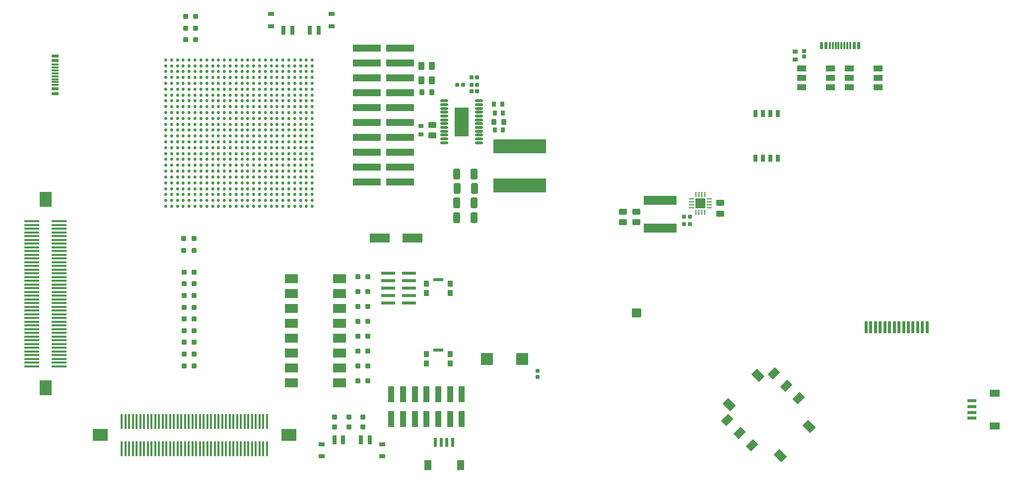
<source format=gtp>
G04*
G04 #@! TF.GenerationSoftware,Altium Limited,Altium Designer,24.10.1 (45)*
G04*
G04 Layer_Color=8421504*
%FSLAX44Y44*%
%MOMM*%
G71*
G04*
G04 #@! TF.SameCoordinates,27A3F056-0A2A-4086-B210-4B902CB04D7F*
G04*
G04*
G04 #@! TF.FilePolarity,Positive*
G04*
G01*
G75*
%ADD24R,1.6000X1.6000*%
%ADD25R,4.7500X1.2000*%
%ADD26R,0.9000X1.0000*%
%ADD27R,1.7000X0.5500*%
%ADD28R,9.0932X2.3876*%
%ADD29R,1.0000X2.7500*%
%ADD30R,2.1600X1.5200*%
%ADD31R,0.3500X2.5000*%
%ADD32R,2.5000X2.0000*%
%ADD33R,3.5000X1.6000*%
%ADD34R,2.4000X0.6000*%
%ADD35R,2.5000X0.3500*%
%ADD36R,2.0000X2.5000*%
G04:AMPARAMS|DCode=37|XSize=1.8mm|YSize=1.15mm|CornerRadius=0.1438mm|HoleSize=0mm|Usage=FLASHONLY|Rotation=270.000|XOffset=0mm|YOffset=0mm|HoleType=Round|Shape=RoundedRectangle|*
%AMROUNDEDRECTD37*
21,1,1.8000,0.8625,0,0,270.0*
21,1,1.5125,1.1500,0,0,270.0*
1,1,0.2875,-0.4313,-0.7563*
1,1,0.2875,-0.4313,0.7563*
1,1,0.2875,0.4313,0.7563*
1,1,0.2875,0.4313,-0.7563*
%
%ADD37ROUNDEDRECTD37*%
G04:AMPARAMS|DCode=38|XSize=0.8mm|YSize=0.8mm|CornerRadius=0.1mm|HoleSize=0mm|Usage=FLASHONLY|Rotation=180.000|XOffset=0mm|YOffset=0mm|HoleType=Round|Shape=RoundedRectangle|*
%AMROUNDEDRECTD38*
21,1,0.8000,0.6000,0,0,180.0*
21,1,0.6000,0.8000,0,0,180.0*
1,1,0.2000,-0.3000,0.3000*
1,1,0.2000,0.3000,0.3000*
1,1,0.2000,0.3000,-0.3000*
1,1,0.2000,-0.3000,-0.3000*
%
%ADD38ROUNDEDRECTD38*%
G04:AMPARAMS|DCode=39|XSize=1mm|YSize=0.9mm|CornerRadius=0.1125mm|HoleSize=0mm|Usage=FLASHONLY|Rotation=270.000|XOffset=0mm|YOffset=0mm|HoleType=Round|Shape=RoundedRectangle|*
%AMROUNDEDRECTD39*
21,1,1.0000,0.6750,0,0,270.0*
21,1,0.7750,0.9000,0,0,270.0*
1,1,0.2250,-0.3375,-0.3875*
1,1,0.2250,-0.3375,0.3875*
1,1,0.2250,0.3375,0.3875*
1,1,0.2250,0.3375,-0.3875*
%
%ADD39ROUNDEDRECTD39*%
G04:AMPARAMS|DCode=40|XSize=1.4mm|YSize=1mm|CornerRadius=0.125mm|HoleSize=0mm|Usage=FLASHONLY|Rotation=270.000|XOffset=0mm|YOffset=0mm|HoleType=Round|Shape=RoundedRectangle|*
%AMROUNDEDRECTD40*
21,1,1.4000,0.7500,0,0,270.0*
21,1,1.1500,1.0000,0,0,270.0*
1,1,0.2500,-0.3750,-0.5750*
1,1,0.2500,-0.3750,0.5750*
1,1,0.2500,0.3750,0.5750*
1,1,0.2500,0.3750,-0.5750*
%
%ADD40ROUNDEDRECTD40*%
G04:AMPARAMS|DCode=41|XSize=1.4mm|YSize=1mm|CornerRadius=0.125mm|HoleSize=0mm|Usage=FLASHONLY|Rotation=0.000|XOffset=0mm|YOffset=0mm|HoleType=Round|Shape=RoundedRectangle|*
%AMROUNDEDRECTD41*
21,1,1.4000,0.7500,0,0,0.0*
21,1,1.1500,1.0000,0,0,0.0*
1,1,0.2500,0.5750,-0.3750*
1,1,0.2500,-0.5750,-0.3750*
1,1,0.2500,-0.5750,0.3750*
1,1,0.2500,0.5750,0.3750*
%
%ADD41ROUNDEDRECTD41*%
%ADD42R,0.7500X0.9500*%
%ADD43O,1.4000X0.4500*%
%ADD44R,2.3600X4.9400*%
%ADD45R,0.9500X0.7500*%
%ADD46R,0.6400X0.6400*%
G04:AMPARAMS|DCode=47|XSize=0.6mm|YSize=0.6mm|CornerRadius=0.06mm|HoleSize=0mm|Usage=FLASHONLY|Rotation=270.000|XOffset=0mm|YOffset=0mm|HoleType=Round|Shape=RoundedRectangle|*
%AMROUNDEDRECTD47*
21,1,0.6000,0.4800,0,0,270.0*
21,1,0.4800,0.6000,0,0,270.0*
1,1,0.1200,-0.2400,-0.2400*
1,1,0.1200,-0.2400,0.2400*
1,1,0.1200,0.2400,0.2400*
1,1,0.1200,0.2400,-0.2400*
%
%ADD47ROUNDEDRECTD47*%
%ADD48R,1.1500X0.3000*%
%ADD49R,1.1500X0.6000*%
%ADD50R,0.6000X1.5500*%
%ADD51R,1.2000X1.8000*%
%ADD52R,0.7000X1.5000*%
%ADD53R,1.0000X0.8000*%
%ADD54C,0.5300*%
%ADD55R,0.5001X2.0000*%
%ADD56R,1.5000X1.0000*%
%ADD57R,0.6000X1.1500*%
%ADD58R,0.6400X0.6400*%
%ADD59R,0.7600X1.2700*%
%ADD60R,1.5500X0.6000*%
G04:AMPARAMS|DCode=61|XSize=1.9mm|YSize=1.4mm|CornerRadius=0mm|HoleSize=0mm|Usage=FLASHONLY|Rotation=135.000|XOffset=0mm|YOffset=0mm|HoleType=Round|Shape=Rectangle|*
%AMROTATEDRECTD61*
4,1,4,1.1667,-0.1768,0.1768,-1.1667,-1.1667,0.1768,-0.1768,1.1667,1.1667,-0.1768,0.0*
%
%ADD61ROTATEDRECTD61*%

%ADD62O,0.9000X0.2500*%
%ADD63R,1.8000X1.8000*%
%ADD64O,0.2500X0.9000*%
G04:AMPARAMS|DCode=65|XSize=1.7mm|YSize=1.2mm|CornerRadius=0mm|HoleSize=0mm|Usage=FLASHONLY|Rotation=45.000|XOffset=0mm|YOffset=0mm|HoleType=Round|Shape=Rectangle|*
%AMROTATEDRECTD65*
4,1,4,-0.1768,-1.0253,-1.0253,-0.1768,0.1768,1.0253,1.0253,0.1768,-0.1768,-1.0253,0.0*
%
%ADD65ROTATEDRECTD65*%

%ADD66R,2.0000X2.0000*%
G04:AMPARAMS|DCode=67|XSize=0.6mm|YSize=0.6mm|CornerRadius=0.06mm|HoleSize=0mm|Usage=FLASHONLY|Rotation=180.000|XOffset=0mm|YOffset=0mm|HoleType=Round|Shape=RoundedRectangle|*
%AMROUNDEDRECTD67*
21,1,0.6000,0.4800,0,0,180.0*
21,1,0.4800,0.6000,0,0,180.0*
1,1,0.1200,-0.2400,0.2400*
1,1,0.1200,0.2400,0.2400*
1,1,0.1200,0.2400,-0.2400*
1,1,0.1200,-0.2400,-0.2400*
%
%ADD67ROUNDEDRECTD67*%
%ADD68R,5.7000X1.6000*%
%ADD69R,0.6350X1.2700*%
%ADD70R,0.3000X1.1500*%
G04:AMPARAMS|DCode=71|XSize=0.8mm|YSize=0.8mm|CornerRadius=0.1mm|HoleSize=0mm|Usage=FLASHONLY|Rotation=270.000|XOffset=0mm|YOffset=0mm|HoleType=Round|Shape=RoundedRectangle|*
%AMROUNDEDRECTD71*
21,1,0.8000,0.6000,0,0,270.0*
21,1,0.6000,0.8000,0,0,270.0*
1,1,0.2000,-0.3000,-0.3000*
1,1,0.2000,-0.3000,0.3000*
1,1,0.2000,0.3000,0.3000*
1,1,0.2000,0.3000,-0.3000*
%
%ADD71ROUNDEDRECTD71*%
%ADD72R,1.8000X1.2000*%
D24*
X802199Y-431780D02*
D03*
D25*
X400000Y-132400D02*
D03*
X342500D02*
D03*
X400000Y-107000D02*
D03*
Y-81600D02*
D03*
X342500Y-107000D02*
D03*
Y-81600D02*
D03*
X400000Y-56200D02*
D03*
Y-30800D02*
D03*
Y-5400D02*
D03*
Y20000D02*
D03*
X342500Y-56200D02*
D03*
Y-30800D02*
D03*
Y-5400D02*
D03*
Y20000D02*
D03*
Y-157800D02*
D03*
Y-183200D02*
D03*
Y-208600D02*
D03*
X400000Y-157800D02*
D03*
Y-183200D02*
D03*
Y-208600D02*
D03*
D26*
X444500Y-502000D02*
D03*
Y-518000D02*
D03*
X485500D02*
D03*
Y-502000D02*
D03*
Y-398000D02*
D03*
X444500D02*
D03*
Y-382000D02*
D03*
X485500D02*
D03*
D27*
X465000Y-495750D02*
D03*
Y-375750D02*
D03*
D28*
X603790Y-214154D02*
D03*
Y-147606D02*
D03*
D29*
X384720Y-570770D02*
D03*
X504720D02*
D03*
Y-613370D02*
D03*
X484720Y-570770D02*
D03*
Y-613370D02*
D03*
X464720Y-570770D02*
D03*
Y-613370D02*
D03*
X444720Y-570770D02*
D03*
Y-613370D02*
D03*
X424720Y-570770D02*
D03*
Y-613370D02*
D03*
X404720Y-570770D02*
D03*
Y-613370D02*
D03*
X384720D02*
D03*
D30*
X296570Y-525780D02*
D03*
Y-398780D02*
D03*
Y-373380D02*
D03*
Y-474980D02*
D03*
Y-424180D02*
D03*
Y-500380D02*
D03*
Y-551180D02*
D03*
Y-449580D02*
D03*
X213970Y-551180D02*
D03*
Y-525780D02*
D03*
Y-500380D02*
D03*
Y-474980D02*
D03*
Y-449580D02*
D03*
Y-424180D02*
D03*
Y-373380D02*
D03*
Y-398780D02*
D03*
D31*
X172630Y-617120D02*
D03*
Y-664120D02*
D03*
X166280Y-617120D02*
D03*
Y-664120D02*
D03*
X159930Y-617120D02*
D03*
Y-664120D02*
D03*
X153580Y-617120D02*
D03*
Y-664120D02*
D03*
X147230Y-617120D02*
D03*
Y-664120D02*
D03*
X140880Y-617120D02*
D03*
Y-664120D02*
D03*
X134530Y-617120D02*
D03*
Y-664120D02*
D03*
X128180Y-617120D02*
D03*
Y-664120D02*
D03*
X121830Y-617120D02*
D03*
Y-664120D02*
D03*
X115480Y-617120D02*
D03*
Y-664120D02*
D03*
X109130Y-617120D02*
D03*
Y-664120D02*
D03*
X102780Y-617120D02*
D03*
Y-664120D02*
D03*
X96430Y-617120D02*
D03*
Y-664120D02*
D03*
X90080Y-617120D02*
D03*
Y-664120D02*
D03*
X83730Y-617120D02*
D03*
Y-664120D02*
D03*
X77380Y-617120D02*
D03*
Y-664120D02*
D03*
X71030Y-617120D02*
D03*
Y-664120D02*
D03*
X64680Y-617120D02*
D03*
Y-664120D02*
D03*
X58330Y-617120D02*
D03*
Y-664120D02*
D03*
X51980Y-617120D02*
D03*
Y-664120D02*
D03*
X45630Y-617120D02*
D03*
Y-664120D02*
D03*
X39280Y-617120D02*
D03*
Y-664120D02*
D03*
X32930Y-617120D02*
D03*
Y-664120D02*
D03*
X26580Y-617120D02*
D03*
Y-664120D02*
D03*
X20230Y-617120D02*
D03*
Y-664120D02*
D03*
X13880Y-617120D02*
D03*
Y-664120D02*
D03*
X7530Y-617120D02*
D03*
Y-664120D02*
D03*
X1180Y-617120D02*
D03*
Y-664120D02*
D03*
X-5170Y-617120D02*
D03*
Y-664120D02*
D03*
X-11520Y-617120D02*
D03*
Y-664120D02*
D03*
X-17870Y-617120D02*
D03*
Y-664120D02*
D03*
X-24220Y-617120D02*
D03*
Y-664120D02*
D03*
X-30570Y-617120D02*
D03*
Y-664120D02*
D03*
X-36920Y-617120D02*
D03*
Y-664120D02*
D03*
X-43270Y-617120D02*
D03*
Y-664120D02*
D03*
X-49620Y-617120D02*
D03*
Y-664120D02*
D03*
X-55970Y-617120D02*
D03*
Y-664120D02*
D03*
X-62320Y-617120D02*
D03*
Y-664120D02*
D03*
X-68670Y-617120D02*
D03*
Y-664120D02*
D03*
X-75030Y-617120D02*
D03*
Y-664120D02*
D03*
D32*
X209650Y-640620D02*
D03*
X-112050D02*
D03*
D33*
X420970Y-304070D02*
D03*
X364970D02*
D03*
D34*
X379000Y-364600D02*
D03*
X415000D02*
D03*
X379000Y-377300D02*
D03*
X415000D02*
D03*
X379000Y-390000D02*
D03*
X415000D02*
D03*
X379000Y-402700D02*
D03*
X415000D02*
D03*
X379000Y-415400D02*
D03*
X415000D02*
D03*
D35*
X-181700Y-523150D02*
D03*
X-228700D02*
D03*
X-181700Y-516800D02*
D03*
X-228700D02*
D03*
X-181700Y-510450D02*
D03*
X-228700D02*
D03*
X-181700Y-504100D02*
D03*
X-228700D02*
D03*
X-181700Y-497750D02*
D03*
X-228700D02*
D03*
X-181700Y-491400D02*
D03*
X-228700D02*
D03*
X-181700Y-485050D02*
D03*
X-228700D02*
D03*
X-181700Y-478700D02*
D03*
X-228700D02*
D03*
X-181700Y-472350D02*
D03*
X-228700D02*
D03*
X-181700Y-466000D02*
D03*
X-228700D02*
D03*
X-181700Y-459650D02*
D03*
X-228700D02*
D03*
X-181700Y-453300D02*
D03*
X-228700D02*
D03*
X-181700Y-446950D02*
D03*
X-228700D02*
D03*
X-181700Y-440600D02*
D03*
X-228700D02*
D03*
X-181700Y-434250D02*
D03*
X-228700D02*
D03*
X-181700Y-427900D02*
D03*
X-228700D02*
D03*
X-181700Y-421550D02*
D03*
X-228700D02*
D03*
X-181700Y-415200D02*
D03*
X-228700D02*
D03*
X-181700Y-408850D02*
D03*
X-228700D02*
D03*
X-181700Y-402500D02*
D03*
X-228700D02*
D03*
X-181700Y-396150D02*
D03*
X-228700D02*
D03*
X-181700Y-389800D02*
D03*
X-228700D02*
D03*
X-181700Y-383450D02*
D03*
X-228700D02*
D03*
X-181700Y-377100D02*
D03*
X-228700D02*
D03*
X-181700Y-370750D02*
D03*
X-228700D02*
D03*
X-181700Y-364400D02*
D03*
X-228700D02*
D03*
X-181700Y-358050D02*
D03*
X-228700D02*
D03*
X-181700Y-351700D02*
D03*
X-228700D02*
D03*
X-181700Y-345350D02*
D03*
X-228700D02*
D03*
X-181700Y-339000D02*
D03*
X-228700D02*
D03*
X-181700Y-332650D02*
D03*
X-228700D02*
D03*
X-181700Y-326300D02*
D03*
X-228700D02*
D03*
X-181700Y-319950D02*
D03*
X-228700D02*
D03*
X-181700Y-313600D02*
D03*
X-228700D02*
D03*
X-181700Y-307250D02*
D03*
X-228700D02*
D03*
X-181700Y-300900D02*
D03*
X-228700D02*
D03*
X-181700Y-294550D02*
D03*
X-228700D02*
D03*
X-181700Y-288200D02*
D03*
X-228700D02*
D03*
X-181700Y-281850D02*
D03*
X-228700D02*
D03*
X-181700Y-275490D02*
D03*
X-228700D02*
D03*
D36*
X-205200Y-560170D02*
D03*
Y-238470D02*
D03*
D37*
X496080Y-195270D02*
D03*
X526080D02*
D03*
X496710Y-219450D02*
D03*
X526710D02*
D03*
X496080Y-244380D02*
D03*
X526080D02*
D03*
X496080Y-269780D02*
D03*
X526080D02*
D03*
D38*
X48330Y-522430D02*
D03*
X31330D02*
D03*
X33551Y74340D02*
D03*
X50552D02*
D03*
X48330Y-502430D02*
D03*
X31330D02*
D03*
X48330Y-482430D02*
D03*
X31330D02*
D03*
X48330Y-462430D02*
D03*
X31330D02*
D03*
X47852Y-305080D02*
D03*
X30852D02*
D03*
X48330Y-422430D02*
D03*
X31330D02*
D03*
X47852Y-325080D02*
D03*
X30852D02*
D03*
X50552Y34340D02*
D03*
X33551D02*
D03*
X50552Y54340D02*
D03*
X33551D02*
D03*
X48330Y-442430D02*
D03*
X31330D02*
D03*
X48330Y-382430D02*
D03*
X31330D02*
D03*
X48330Y-362430D02*
D03*
X31330D02*
D03*
X48330Y-402430D02*
D03*
X31330D02*
D03*
X327510Y-370570D02*
D03*
X344510D02*
D03*
X327510Y-395970D02*
D03*
X344510D02*
D03*
X327510Y-421370D02*
D03*
X344510D02*
D03*
X327510Y-446770D02*
D03*
X344510D02*
D03*
X327510Y-472170D02*
D03*
X344510D02*
D03*
X327510Y-497570D02*
D03*
X344510D02*
D03*
X327510Y-522970D02*
D03*
X344510D02*
D03*
X327510Y-548370D02*
D03*
X344510D02*
D03*
D39*
X436500Y-55000D02*
D03*
X453500D02*
D03*
X576730Y-105950D02*
D03*
X559730D02*
D03*
D40*
X454000Y-10000D02*
D03*
X436000D02*
D03*
X454000Y-35000D02*
D03*
X436000D02*
D03*
D41*
X455000Y-111000D02*
D03*
Y-129000D02*
D03*
X945600Y-262420D02*
D03*
X802890Y-258950D02*
D03*
X780030D02*
D03*
X802890Y-276950D02*
D03*
X780030D02*
D03*
X945600Y-244420D02*
D03*
D42*
X575230Y-119920D02*
D03*
X561230D02*
D03*
X575230Y-90710D02*
D03*
X561230D02*
D03*
X573960Y-75470D02*
D03*
X559960D02*
D03*
D43*
X475000Y-70000D02*
D03*
Y-76500D02*
D03*
Y-83000D02*
D03*
Y-89500D02*
D03*
Y-96000D02*
D03*
Y-102500D02*
D03*
Y-109000D02*
D03*
Y-115500D02*
D03*
Y-122000D02*
D03*
Y-128500D02*
D03*
Y-135000D02*
D03*
Y-141500D02*
D03*
X534000Y-70000D02*
D03*
Y-76500D02*
D03*
Y-83000D02*
D03*
Y-89500D02*
D03*
Y-96000D02*
D03*
Y-102500D02*
D03*
Y-109000D02*
D03*
Y-115500D02*
D03*
Y-122000D02*
D03*
Y-128500D02*
D03*
Y-135000D02*
D03*
Y-141500D02*
D03*
D44*
X504500Y-105750D02*
D03*
D45*
X435000Y-127000D02*
D03*
Y-113000D02*
D03*
X1073400Y14295D02*
D03*
Y295D02*
D03*
D46*
X521720Y-53880D02*
D03*
X530920D02*
D03*
X521720Y-29750D02*
D03*
X530920D02*
D03*
D47*
X521240Y-42450D02*
D03*
X531240D02*
D03*
X497270D02*
D03*
X507270D02*
D03*
X884250Y-280650D02*
D03*
Y-267950D02*
D03*
X894250Y-280650D02*
D03*
Y-267950D02*
D03*
D48*
X-188500Y-7920D02*
D03*
Y-12920D02*
D03*
Y-17920D02*
D03*
Y-22920D02*
D03*
Y-27920D02*
D03*
Y-32920D02*
D03*
Y-37920D02*
D03*
Y-42920D02*
D03*
D49*
Y-1420D02*
D03*
Y-49420D02*
D03*
Y-57420D02*
D03*
Y6580D02*
D03*
D50*
X479600Y-653420D02*
D03*
X489600D02*
D03*
X469600D02*
D03*
X459600D02*
D03*
D51*
X446600Y-692170D02*
D03*
X502600D02*
D03*
D52*
X260880Y50460D02*
D03*
X245880D02*
D03*
X200880D02*
D03*
X215880D02*
D03*
X347540Y-649130D02*
D03*
X302540D02*
D03*
X287540D02*
D03*
X332540D02*
D03*
D53*
X179380Y78460D02*
D03*
Y57460D02*
D03*
X282380Y78460D02*
D03*
Y57460D02*
D03*
X266040Y-677130D02*
D03*
Y-656130D02*
D03*
X369040Y-677130D02*
D03*
Y-656130D02*
D03*
D54*
X0Y-250000D02*
D03*
Y-240000D02*
D03*
Y-230000D02*
D03*
Y-220000D02*
D03*
Y-210000D02*
D03*
Y-200000D02*
D03*
Y-190000D02*
D03*
Y-180000D02*
D03*
Y-170000D02*
D03*
Y-160000D02*
D03*
Y-150000D02*
D03*
Y-140000D02*
D03*
Y-130000D02*
D03*
Y-120000D02*
D03*
Y-110000D02*
D03*
Y-100000D02*
D03*
Y-90000D02*
D03*
Y-80000D02*
D03*
Y-70000D02*
D03*
Y-60000D02*
D03*
Y-50000D02*
D03*
Y-40000D02*
D03*
Y-30000D02*
D03*
Y-20000D02*
D03*
Y-10000D02*
D03*
Y0D02*
D03*
X10000Y-250000D02*
D03*
Y-240000D02*
D03*
Y-230000D02*
D03*
Y-220000D02*
D03*
Y-210000D02*
D03*
Y-200000D02*
D03*
Y-190000D02*
D03*
Y-180000D02*
D03*
Y-170000D02*
D03*
Y-160000D02*
D03*
Y-150000D02*
D03*
Y-140000D02*
D03*
Y-130000D02*
D03*
Y-120000D02*
D03*
Y-110000D02*
D03*
Y-100000D02*
D03*
Y-90000D02*
D03*
Y-80000D02*
D03*
Y-70000D02*
D03*
Y-60000D02*
D03*
Y-50000D02*
D03*
Y-40000D02*
D03*
Y-30000D02*
D03*
Y-20000D02*
D03*
Y-10000D02*
D03*
Y0D02*
D03*
X20000Y-250000D02*
D03*
Y-240000D02*
D03*
Y-230000D02*
D03*
Y-220000D02*
D03*
Y-210000D02*
D03*
Y-200000D02*
D03*
Y-190000D02*
D03*
Y-180000D02*
D03*
Y-170000D02*
D03*
Y-160000D02*
D03*
Y-150000D02*
D03*
Y-140000D02*
D03*
Y-130000D02*
D03*
Y-120000D02*
D03*
Y-110000D02*
D03*
Y-100000D02*
D03*
Y-90000D02*
D03*
Y-80000D02*
D03*
Y-70000D02*
D03*
Y-60000D02*
D03*
Y-50000D02*
D03*
Y-40000D02*
D03*
Y-30000D02*
D03*
Y-20000D02*
D03*
Y-10000D02*
D03*
Y0D02*
D03*
X30000Y-250000D02*
D03*
Y-240000D02*
D03*
Y-230000D02*
D03*
Y-220000D02*
D03*
Y-210000D02*
D03*
Y-200000D02*
D03*
Y-190000D02*
D03*
Y-180000D02*
D03*
Y-170000D02*
D03*
Y-160000D02*
D03*
Y-150000D02*
D03*
Y-140000D02*
D03*
Y-130000D02*
D03*
Y-120000D02*
D03*
Y-110000D02*
D03*
Y-100000D02*
D03*
Y-90000D02*
D03*
Y-80000D02*
D03*
Y-70000D02*
D03*
Y-60000D02*
D03*
Y-50000D02*
D03*
Y-40000D02*
D03*
Y-30000D02*
D03*
Y-20000D02*
D03*
Y-10000D02*
D03*
Y0D02*
D03*
X40000Y-250000D02*
D03*
Y-240000D02*
D03*
Y-230000D02*
D03*
Y-220000D02*
D03*
Y-210000D02*
D03*
Y-200000D02*
D03*
Y-190000D02*
D03*
Y-180000D02*
D03*
Y-170000D02*
D03*
Y-160000D02*
D03*
Y-150000D02*
D03*
Y-140000D02*
D03*
Y-130000D02*
D03*
Y-120000D02*
D03*
Y-110000D02*
D03*
Y-100000D02*
D03*
Y-90000D02*
D03*
Y-80000D02*
D03*
Y-70000D02*
D03*
Y-60000D02*
D03*
Y-50000D02*
D03*
Y-40000D02*
D03*
Y-30000D02*
D03*
Y-20000D02*
D03*
Y-10000D02*
D03*
Y0D02*
D03*
X50000Y-250000D02*
D03*
Y-240000D02*
D03*
Y-230000D02*
D03*
Y-220000D02*
D03*
Y-210000D02*
D03*
Y-200000D02*
D03*
Y-190000D02*
D03*
Y-180000D02*
D03*
Y-170000D02*
D03*
Y-160000D02*
D03*
Y-150000D02*
D03*
Y-140000D02*
D03*
Y-130000D02*
D03*
Y-120000D02*
D03*
Y-110000D02*
D03*
Y-100000D02*
D03*
Y-90000D02*
D03*
Y-80000D02*
D03*
Y-70000D02*
D03*
Y-60000D02*
D03*
Y-50000D02*
D03*
Y-40000D02*
D03*
Y-30000D02*
D03*
Y-20000D02*
D03*
Y-10000D02*
D03*
Y0D02*
D03*
X60000Y-250000D02*
D03*
Y-240000D02*
D03*
Y-230000D02*
D03*
Y-220000D02*
D03*
Y-210000D02*
D03*
Y-200000D02*
D03*
Y-190000D02*
D03*
Y-180000D02*
D03*
Y-170000D02*
D03*
Y-160000D02*
D03*
Y-150000D02*
D03*
Y-140000D02*
D03*
Y-130000D02*
D03*
Y-120000D02*
D03*
Y-110000D02*
D03*
Y-100000D02*
D03*
Y-90000D02*
D03*
Y-80000D02*
D03*
Y-70000D02*
D03*
Y-60000D02*
D03*
Y-50000D02*
D03*
Y-40000D02*
D03*
Y-30000D02*
D03*
Y-20000D02*
D03*
Y-10000D02*
D03*
Y0D02*
D03*
X70000Y-250000D02*
D03*
Y-240000D02*
D03*
Y-230000D02*
D03*
Y-220000D02*
D03*
Y-210000D02*
D03*
Y-200000D02*
D03*
Y-190000D02*
D03*
Y-180000D02*
D03*
Y-170000D02*
D03*
Y-160000D02*
D03*
Y-150000D02*
D03*
Y-140000D02*
D03*
Y-130000D02*
D03*
Y-120000D02*
D03*
Y-110000D02*
D03*
Y-100000D02*
D03*
Y-90000D02*
D03*
Y-80000D02*
D03*
Y-70000D02*
D03*
Y-60000D02*
D03*
Y-50000D02*
D03*
Y-40000D02*
D03*
Y-30000D02*
D03*
Y-20000D02*
D03*
Y-10000D02*
D03*
Y0D02*
D03*
X80000Y-250000D02*
D03*
Y-240000D02*
D03*
Y-230000D02*
D03*
Y-220000D02*
D03*
Y-210000D02*
D03*
Y-200000D02*
D03*
Y-190000D02*
D03*
Y-180000D02*
D03*
Y-170000D02*
D03*
Y-160000D02*
D03*
Y-150000D02*
D03*
Y-140000D02*
D03*
Y-130000D02*
D03*
Y-120000D02*
D03*
Y-110000D02*
D03*
Y-100000D02*
D03*
Y-90000D02*
D03*
Y-80000D02*
D03*
Y-70000D02*
D03*
Y-60000D02*
D03*
Y-50000D02*
D03*
Y-40000D02*
D03*
Y-30000D02*
D03*
Y-20000D02*
D03*
Y-10000D02*
D03*
Y0D02*
D03*
X90000Y-250000D02*
D03*
Y-240000D02*
D03*
Y-230000D02*
D03*
Y-220000D02*
D03*
Y-210000D02*
D03*
Y-200000D02*
D03*
Y-190000D02*
D03*
Y-180000D02*
D03*
Y-170000D02*
D03*
Y-160000D02*
D03*
Y-150000D02*
D03*
Y-140000D02*
D03*
Y-130000D02*
D03*
Y-120000D02*
D03*
Y-110000D02*
D03*
Y-100000D02*
D03*
Y-90000D02*
D03*
Y-80000D02*
D03*
Y-70000D02*
D03*
Y-60000D02*
D03*
Y-50000D02*
D03*
Y-40000D02*
D03*
Y-30000D02*
D03*
Y-20000D02*
D03*
Y-10000D02*
D03*
Y0D02*
D03*
X100000Y-250000D02*
D03*
Y-240000D02*
D03*
Y-230000D02*
D03*
Y-220000D02*
D03*
Y-210000D02*
D03*
Y-200000D02*
D03*
Y-190000D02*
D03*
Y-180000D02*
D03*
Y-170000D02*
D03*
Y-160000D02*
D03*
Y-150000D02*
D03*
Y-140000D02*
D03*
Y-130000D02*
D03*
Y-120000D02*
D03*
Y-110000D02*
D03*
Y-100000D02*
D03*
Y-90000D02*
D03*
Y-80000D02*
D03*
Y-70000D02*
D03*
Y-60000D02*
D03*
Y-50000D02*
D03*
Y-40000D02*
D03*
Y-30000D02*
D03*
Y-20000D02*
D03*
Y-10000D02*
D03*
Y0D02*
D03*
X110000Y-250000D02*
D03*
Y-240000D02*
D03*
Y-230000D02*
D03*
Y-220000D02*
D03*
Y-210000D02*
D03*
Y-200000D02*
D03*
Y-190000D02*
D03*
Y-180000D02*
D03*
Y-170000D02*
D03*
Y-160000D02*
D03*
Y-150000D02*
D03*
Y-140000D02*
D03*
Y-130000D02*
D03*
Y-120000D02*
D03*
Y-110000D02*
D03*
Y-100000D02*
D03*
Y-90000D02*
D03*
Y-80000D02*
D03*
Y-70000D02*
D03*
Y-60000D02*
D03*
Y-50000D02*
D03*
Y-40000D02*
D03*
Y-30000D02*
D03*
Y-20000D02*
D03*
Y-10000D02*
D03*
Y0D02*
D03*
X120000Y-250000D02*
D03*
Y-240000D02*
D03*
Y-230000D02*
D03*
Y-220000D02*
D03*
Y-210000D02*
D03*
Y-200000D02*
D03*
Y-190000D02*
D03*
Y-180000D02*
D03*
Y-170000D02*
D03*
Y-160000D02*
D03*
Y-150000D02*
D03*
Y-140000D02*
D03*
Y-130000D02*
D03*
Y-120000D02*
D03*
Y-110000D02*
D03*
Y-100000D02*
D03*
Y-90000D02*
D03*
Y-80000D02*
D03*
Y-70000D02*
D03*
Y-60000D02*
D03*
Y-50000D02*
D03*
Y-40000D02*
D03*
Y-30000D02*
D03*
Y-20000D02*
D03*
Y-10000D02*
D03*
Y0D02*
D03*
X130000Y-250000D02*
D03*
Y-240000D02*
D03*
Y-230000D02*
D03*
Y-220000D02*
D03*
Y-210000D02*
D03*
Y-200000D02*
D03*
Y-190000D02*
D03*
Y-180000D02*
D03*
Y-170000D02*
D03*
Y-160000D02*
D03*
Y-150000D02*
D03*
Y-140000D02*
D03*
Y-130000D02*
D03*
Y-120000D02*
D03*
Y-110000D02*
D03*
Y-100000D02*
D03*
Y-90000D02*
D03*
Y-80000D02*
D03*
Y-70000D02*
D03*
Y-60000D02*
D03*
Y-50000D02*
D03*
Y-40000D02*
D03*
Y-30000D02*
D03*
Y-20000D02*
D03*
Y-10000D02*
D03*
Y0D02*
D03*
X140000Y-250000D02*
D03*
Y-240000D02*
D03*
Y-230000D02*
D03*
Y-220000D02*
D03*
Y-210000D02*
D03*
Y-200000D02*
D03*
Y-190000D02*
D03*
Y-180000D02*
D03*
Y-170000D02*
D03*
Y-160000D02*
D03*
Y-150000D02*
D03*
Y-140000D02*
D03*
Y-130000D02*
D03*
Y-120000D02*
D03*
Y-110000D02*
D03*
Y-100000D02*
D03*
Y-90000D02*
D03*
Y-80000D02*
D03*
Y-70000D02*
D03*
Y-60000D02*
D03*
Y-50000D02*
D03*
Y-40000D02*
D03*
Y-30000D02*
D03*
Y-20000D02*
D03*
Y-10000D02*
D03*
Y0D02*
D03*
X150000Y-250000D02*
D03*
Y-240000D02*
D03*
Y-230000D02*
D03*
Y-220000D02*
D03*
Y-210000D02*
D03*
Y-200000D02*
D03*
Y-190000D02*
D03*
Y-180000D02*
D03*
Y-170000D02*
D03*
Y-160000D02*
D03*
Y-150000D02*
D03*
Y-140000D02*
D03*
Y-130000D02*
D03*
Y-120000D02*
D03*
Y-110000D02*
D03*
Y-100000D02*
D03*
Y-90000D02*
D03*
Y-80000D02*
D03*
Y-70000D02*
D03*
Y-60000D02*
D03*
Y-50000D02*
D03*
Y-40000D02*
D03*
Y-30000D02*
D03*
Y-20000D02*
D03*
Y-10000D02*
D03*
Y0D02*
D03*
X160000Y-250000D02*
D03*
Y-240000D02*
D03*
Y-230000D02*
D03*
Y-220000D02*
D03*
Y-210000D02*
D03*
Y-200000D02*
D03*
Y-190000D02*
D03*
Y-180000D02*
D03*
Y-170000D02*
D03*
Y-160000D02*
D03*
Y-150000D02*
D03*
Y-140000D02*
D03*
Y-130000D02*
D03*
Y-120000D02*
D03*
Y-110000D02*
D03*
Y-100000D02*
D03*
Y-90000D02*
D03*
Y-80000D02*
D03*
Y-70000D02*
D03*
Y-60000D02*
D03*
Y-50000D02*
D03*
Y-40000D02*
D03*
Y-30000D02*
D03*
Y-20000D02*
D03*
Y-10000D02*
D03*
Y0D02*
D03*
X170000Y-250000D02*
D03*
Y-240000D02*
D03*
Y-230000D02*
D03*
Y-220000D02*
D03*
Y-210000D02*
D03*
Y-200000D02*
D03*
Y-190000D02*
D03*
Y-180000D02*
D03*
Y-170000D02*
D03*
Y-160000D02*
D03*
Y-150000D02*
D03*
Y-140000D02*
D03*
Y-130000D02*
D03*
Y-120000D02*
D03*
Y-110000D02*
D03*
Y-100000D02*
D03*
Y-90000D02*
D03*
Y-80000D02*
D03*
Y-70000D02*
D03*
Y-60000D02*
D03*
Y-50000D02*
D03*
Y-40000D02*
D03*
Y-30000D02*
D03*
Y-20000D02*
D03*
Y-10000D02*
D03*
Y0D02*
D03*
X180000Y-250000D02*
D03*
Y-240000D02*
D03*
Y-230000D02*
D03*
Y-220000D02*
D03*
Y-210000D02*
D03*
Y-200000D02*
D03*
Y-190000D02*
D03*
Y-180000D02*
D03*
Y-170000D02*
D03*
Y-160000D02*
D03*
Y-150000D02*
D03*
Y-140000D02*
D03*
Y-130000D02*
D03*
Y-120000D02*
D03*
Y-110000D02*
D03*
Y-100000D02*
D03*
Y-90000D02*
D03*
Y-80000D02*
D03*
Y-70000D02*
D03*
Y-60000D02*
D03*
Y-50000D02*
D03*
Y-40000D02*
D03*
Y-30000D02*
D03*
Y-20000D02*
D03*
Y-10000D02*
D03*
Y0D02*
D03*
X190000Y-250000D02*
D03*
Y-240000D02*
D03*
Y-230000D02*
D03*
Y-220000D02*
D03*
Y-210000D02*
D03*
Y-200000D02*
D03*
Y-190000D02*
D03*
Y-180000D02*
D03*
Y-170000D02*
D03*
Y-160000D02*
D03*
Y-150000D02*
D03*
Y-140000D02*
D03*
Y-130000D02*
D03*
Y-120000D02*
D03*
Y-110000D02*
D03*
Y-100000D02*
D03*
Y-90000D02*
D03*
Y-80000D02*
D03*
Y-70000D02*
D03*
Y-60000D02*
D03*
Y-50000D02*
D03*
Y-40000D02*
D03*
Y-30000D02*
D03*
Y-20000D02*
D03*
Y-10000D02*
D03*
Y0D02*
D03*
X200000Y-250000D02*
D03*
Y-240000D02*
D03*
Y-230000D02*
D03*
Y-220000D02*
D03*
Y-210000D02*
D03*
Y-200000D02*
D03*
Y-190000D02*
D03*
Y-180000D02*
D03*
Y-170000D02*
D03*
Y-160000D02*
D03*
Y-150000D02*
D03*
Y-140000D02*
D03*
Y-130000D02*
D03*
Y-120000D02*
D03*
Y-110000D02*
D03*
Y-100000D02*
D03*
Y-90000D02*
D03*
Y-80000D02*
D03*
Y-70000D02*
D03*
Y-60000D02*
D03*
Y-50000D02*
D03*
Y-40000D02*
D03*
Y-30000D02*
D03*
Y-20000D02*
D03*
Y-10000D02*
D03*
Y0D02*
D03*
X210000Y-250000D02*
D03*
Y-240000D02*
D03*
Y-230000D02*
D03*
Y-220000D02*
D03*
Y-210000D02*
D03*
Y-200000D02*
D03*
Y-190000D02*
D03*
Y-180000D02*
D03*
Y-170000D02*
D03*
Y-160000D02*
D03*
Y-150000D02*
D03*
Y-140000D02*
D03*
Y-130000D02*
D03*
Y-120000D02*
D03*
Y-110000D02*
D03*
Y-100000D02*
D03*
Y-90000D02*
D03*
Y-80000D02*
D03*
Y-70000D02*
D03*
Y-60000D02*
D03*
Y-50000D02*
D03*
Y-40000D02*
D03*
Y-30000D02*
D03*
Y-20000D02*
D03*
Y-10000D02*
D03*
Y0D02*
D03*
X220000Y-250000D02*
D03*
Y-240000D02*
D03*
Y-230000D02*
D03*
Y-220000D02*
D03*
Y-210000D02*
D03*
Y-200000D02*
D03*
Y-190000D02*
D03*
Y-180000D02*
D03*
Y-170000D02*
D03*
Y-160000D02*
D03*
Y-150000D02*
D03*
Y-140000D02*
D03*
Y-130000D02*
D03*
Y-120000D02*
D03*
Y-110000D02*
D03*
Y-100000D02*
D03*
Y-90000D02*
D03*
Y-80000D02*
D03*
Y-70000D02*
D03*
Y-60000D02*
D03*
Y-50000D02*
D03*
Y-40000D02*
D03*
Y-30000D02*
D03*
Y-20000D02*
D03*
Y-10000D02*
D03*
Y0D02*
D03*
X230000Y-250000D02*
D03*
Y-240000D02*
D03*
Y-230000D02*
D03*
Y-220000D02*
D03*
Y-210000D02*
D03*
Y-200000D02*
D03*
Y-190000D02*
D03*
Y-180000D02*
D03*
Y-170000D02*
D03*
Y-160000D02*
D03*
Y-150000D02*
D03*
Y-140000D02*
D03*
Y-130000D02*
D03*
Y-120000D02*
D03*
Y-110000D02*
D03*
Y-100000D02*
D03*
Y-90000D02*
D03*
Y-80000D02*
D03*
Y-70000D02*
D03*
Y-60000D02*
D03*
Y-50000D02*
D03*
Y-40000D02*
D03*
Y-30000D02*
D03*
Y-20000D02*
D03*
Y-10000D02*
D03*
Y0D02*
D03*
X240000Y-250000D02*
D03*
Y-240000D02*
D03*
Y-230000D02*
D03*
Y-220000D02*
D03*
Y-210000D02*
D03*
Y-200000D02*
D03*
Y-190000D02*
D03*
Y-180000D02*
D03*
Y-170000D02*
D03*
Y-160000D02*
D03*
Y-150000D02*
D03*
Y-140000D02*
D03*
Y-130000D02*
D03*
Y-120000D02*
D03*
Y-110000D02*
D03*
Y-100000D02*
D03*
Y-90000D02*
D03*
Y-80000D02*
D03*
Y-70000D02*
D03*
Y-60000D02*
D03*
Y-50000D02*
D03*
Y-40000D02*
D03*
Y-30000D02*
D03*
Y-20000D02*
D03*
Y-10000D02*
D03*
Y0D02*
D03*
X250000Y-250000D02*
D03*
Y-240000D02*
D03*
Y-230000D02*
D03*
Y-220000D02*
D03*
Y-210000D02*
D03*
Y-200000D02*
D03*
Y-190000D02*
D03*
Y-180000D02*
D03*
Y-170000D02*
D03*
Y-160000D02*
D03*
Y-150000D02*
D03*
Y-140000D02*
D03*
Y-130000D02*
D03*
Y-120000D02*
D03*
Y-110000D02*
D03*
Y-100000D02*
D03*
Y-90000D02*
D03*
Y-80000D02*
D03*
Y-70000D02*
D03*
Y-60000D02*
D03*
Y-50000D02*
D03*
Y-40000D02*
D03*
Y-30000D02*
D03*
Y-20000D02*
D03*
Y-10000D02*
D03*
Y0D02*
D03*
D55*
X1202601Y-456420D02*
D03*
X1210602D02*
D03*
X1218600D02*
D03*
X1226601D02*
D03*
X1234602D02*
D03*
X1242601D02*
D03*
X1250602D02*
D03*
X1258600D02*
D03*
X1266601D02*
D03*
X1274602D02*
D03*
X1282601D02*
D03*
X1290602D02*
D03*
X1298600D02*
D03*
X1194602D02*
D03*
D56*
X1214740Y-30460D02*
D03*
X1133460D02*
D03*
X1165740Y-14460D02*
D03*
Y-30460D02*
D03*
Y-46460D02*
D03*
X1214740Y-14460D02*
D03*
Y-46460D02*
D03*
X1133460D02*
D03*
Y-14460D02*
D03*
X1084460Y-46460D02*
D03*
Y-30460D02*
D03*
Y-14460D02*
D03*
D57*
X1182100Y24580D02*
D03*
X1118100D02*
D03*
X1174100D02*
D03*
X1126100D02*
D03*
D58*
X1088640Y14780D02*
D03*
Y5580D02*
D03*
D59*
X1018790Y-91420D02*
D03*
X1006090D02*
D03*
Y-167620D02*
D03*
X1018790D02*
D03*
X1031490D02*
D03*
X1044190D02*
D03*
Y-91420D02*
D03*
X1031490D02*
D03*
D60*
X1375010Y-611820D02*
D03*
Y-601820D02*
D03*
Y-581820D02*
D03*
Y-591820D02*
D03*
D61*
X1097497Y-626123D02*
D03*
X1048000Y-675620D02*
D03*
X1010170Y-538795D02*
D03*
X960672Y-588292D02*
D03*
D62*
X896860Y-237590D02*
D03*
Y-242590D02*
D03*
Y-247590D02*
D03*
X927360Y-237590D02*
D03*
Y-242590D02*
D03*
Y-247590D02*
D03*
Y-252590D02*
D03*
X896860D02*
D03*
D63*
X912110Y-245090D02*
D03*
D64*
X904610Y-260340D02*
D03*
Y-229840D02*
D03*
X909610D02*
D03*
X914610D02*
D03*
X919610D02*
D03*
Y-260340D02*
D03*
X914610D02*
D03*
X909610D02*
D03*
D65*
X1058430Y-556649D02*
D03*
X978527Y-636552D02*
D03*
X999740Y-657766D02*
D03*
X1079643Y-577863D02*
D03*
X957314Y-615339D02*
D03*
X1037217Y-535436D02*
D03*
D66*
X548100Y-510520D02*
D03*
X608100D02*
D03*
D67*
X633980Y-530920D02*
D03*
Y-540920D02*
D03*
D68*
X843530Y-287044D02*
D03*
Y-240044D02*
D03*
D69*
X799080Y-431780D02*
D03*
X807318D02*
D03*
D70*
X1167600Y24580D02*
D03*
X1162600D02*
D03*
X1157600D02*
D03*
X1152600D02*
D03*
X1147600D02*
D03*
X1142600D02*
D03*
X1137600D02*
D03*
X1132600D02*
D03*
D71*
X336430Y-626750D02*
D03*
Y-609750D02*
D03*
X288170Y-626750D02*
D03*
Y-609750D02*
D03*
X312300Y-626750D02*
D03*
Y-609750D02*
D03*
D72*
X1413760Y-568820D02*
D03*
Y-624820D02*
D03*
M02*

</source>
